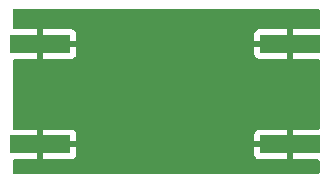
<source format=gbr>
%TF.GenerationSoftware,KiCad,Pcbnew,(6.0.10)*%
%TF.CreationDate,2023-05-27T15:47:13+03:00*%
%TF.ProjectId,BSF_5,4253465f-352e-46b6-9963-61645f706362,rev?*%
%TF.SameCoordinates,Original*%
%TF.FileFunction,Copper,L4,Bot*%
%TF.FilePolarity,Positive*%
%FSLAX46Y46*%
G04 Gerber Fmt 4.6, Leading zero omitted, Abs format (unit mm)*
G04 Created by KiCad (PCBNEW (6.0.10)) date 2023-05-27 15:47:13*
%MOMM*%
%LPD*%
G01*
G04 APERTURE LIST*
%TA.AperFunction,SMDPad,CuDef*%
%ADD10R,5.080000X1.500000*%
%TD*%
%TA.AperFunction,ViaPad*%
%ADD11C,0.800000*%
%TD*%
G04 APERTURE END LIST*
D10*
%TO.P,J1,2,Ext*%
%TO.N,GND*%
X118362500Y-91750000D03*
X118362500Y-83250000D03*
%TD*%
%TO.P,J2,2,Ext*%
%TO.N,GND*%
X139500000Y-83250000D03*
X139500000Y-91750000D03*
%TD*%
D11*
%TO.N,GND*%
X141000000Y-81250000D03*
X138000000Y-81250000D03*
X116750000Y-93500000D03*
X141000000Y-93500000D03*
X133400000Y-93500000D03*
X124650000Y-93500000D03*
X120000000Y-81250000D03*
X118500000Y-93500000D03*
X120000000Y-93500000D03*
X117000000Y-90000000D03*
X117000000Y-81250000D03*
X141000000Y-90000000D03*
X139500000Y-90000000D03*
X129400000Y-93500000D03*
X117000000Y-85000000D03*
X139500000Y-85000000D03*
X138000000Y-85000000D03*
X123650000Y-93500000D03*
X139500000Y-93500000D03*
X118500000Y-90000000D03*
X118500000Y-85000000D03*
X138000000Y-90000000D03*
X141000000Y-85000000D03*
X139500000Y-81250000D03*
X118500000Y-81250000D03*
X128400000Y-93500000D03*
X120000000Y-85000000D03*
X134400000Y-93500000D03*
X137750000Y-93500000D03*
X120000000Y-90000000D03*
%TD*%
%TA.AperFunction,Conductor*%
%TO.N,GND*%
G36*
X141933621Y-80278502D02*
G01*
X141980114Y-80332158D01*
X141991500Y-80384500D01*
X141991500Y-81866000D01*
X141971498Y-81934121D01*
X141917842Y-81980614D01*
X141865500Y-81992000D01*
X139772115Y-81992000D01*
X139756876Y-81996475D01*
X139755671Y-81997865D01*
X139754000Y-82005548D01*
X139754000Y-84489884D01*
X139758475Y-84505123D01*
X139759865Y-84506328D01*
X139767548Y-84507999D01*
X141865500Y-84507999D01*
X141933621Y-84528001D01*
X141980114Y-84581657D01*
X141991500Y-84633999D01*
X141991500Y-90366000D01*
X141971498Y-90434121D01*
X141917842Y-90480614D01*
X141865500Y-90492000D01*
X139772115Y-90492000D01*
X139756876Y-90496475D01*
X139755671Y-90497865D01*
X139754000Y-90505548D01*
X139754000Y-92989884D01*
X139758475Y-93005123D01*
X139759865Y-93006328D01*
X139767548Y-93007999D01*
X141865500Y-93007999D01*
X141933621Y-93028001D01*
X141980114Y-93081657D01*
X141991500Y-93133999D01*
X141991500Y-94115500D01*
X141971498Y-94183621D01*
X141917842Y-94230114D01*
X141865500Y-94241500D01*
X116134500Y-94241500D01*
X116066379Y-94221498D01*
X116019886Y-94167842D01*
X116008500Y-94115500D01*
X116008500Y-93134000D01*
X116028502Y-93065879D01*
X116082158Y-93019386D01*
X116134500Y-93008000D01*
X118090385Y-93008000D01*
X118105624Y-93003525D01*
X118106829Y-93002135D01*
X118108500Y-92994452D01*
X118108500Y-92989884D01*
X118616500Y-92989884D01*
X118620975Y-93005123D01*
X118622365Y-93006328D01*
X118630048Y-93007999D01*
X120947169Y-93007999D01*
X120953990Y-93007629D01*
X121004852Y-93002105D01*
X121020104Y-92998479D01*
X121140554Y-92953324D01*
X121156149Y-92944786D01*
X121258224Y-92868285D01*
X121270785Y-92855724D01*
X121347286Y-92753649D01*
X121355824Y-92738054D01*
X121400978Y-92617606D01*
X121404605Y-92602351D01*
X121410131Y-92551486D01*
X121410500Y-92544672D01*
X121410500Y-92544669D01*
X136452001Y-92544669D01*
X136452371Y-92551490D01*
X136457895Y-92602352D01*
X136461521Y-92617604D01*
X136506676Y-92738054D01*
X136515214Y-92753649D01*
X136591715Y-92855724D01*
X136604276Y-92868285D01*
X136706351Y-92944786D01*
X136721946Y-92953324D01*
X136842394Y-92998478D01*
X136857649Y-93002105D01*
X136908514Y-93007631D01*
X136915328Y-93008000D01*
X139227885Y-93008000D01*
X139243124Y-93003525D01*
X139244329Y-93002135D01*
X139246000Y-92994452D01*
X139246000Y-92022115D01*
X139241525Y-92006876D01*
X139240135Y-92005671D01*
X139232452Y-92004000D01*
X136470116Y-92004000D01*
X136454877Y-92008475D01*
X136453672Y-92009865D01*
X136452001Y-92017548D01*
X136452001Y-92544669D01*
X121410500Y-92544669D01*
X121410500Y-92022115D01*
X121406025Y-92006876D01*
X121404635Y-92005671D01*
X121396952Y-92004000D01*
X118634615Y-92004000D01*
X118619376Y-92008475D01*
X118618171Y-92009865D01*
X118616500Y-92017548D01*
X118616500Y-92989884D01*
X118108500Y-92989884D01*
X118108500Y-91477885D01*
X118616500Y-91477885D01*
X118620975Y-91493124D01*
X118622365Y-91494329D01*
X118630048Y-91496000D01*
X121392384Y-91496000D01*
X121407623Y-91491525D01*
X121408828Y-91490135D01*
X121410499Y-91482452D01*
X121410499Y-91477885D01*
X136452000Y-91477885D01*
X136456475Y-91493124D01*
X136457865Y-91494329D01*
X136465548Y-91496000D01*
X139227885Y-91496000D01*
X139243124Y-91491525D01*
X139244329Y-91490135D01*
X139246000Y-91482452D01*
X139246000Y-90510116D01*
X139241525Y-90494877D01*
X139240135Y-90493672D01*
X139232452Y-90492001D01*
X136915331Y-90492001D01*
X136908510Y-90492371D01*
X136857648Y-90497895D01*
X136842396Y-90501521D01*
X136721946Y-90546676D01*
X136706351Y-90555214D01*
X136604276Y-90631715D01*
X136591715Y-90644276D01*
X136515214Y-90746351D01*
X136506676Y-90761946D01*
X136461522Y-90882394D01*
X136457895Y-90897649D01*
X136452369Y-90948514D01*
X136452000Y-90955328D01*
X136452000Y-91477885D01*
X121410499Y-91477885D01*
X121410499Y-90955331D01*
X121410129Y-90948510D01*
X121404605Y-90897648D01*
X121400979Y-90882396D01*
X121355824Y-90761946D01*
X121347286Y-90746351D01*
X121270785Y-90644276D01*
X121258224Y-90631715D01*
X121156149Y-90555214D01*
X121140554Y-90546676D01*
X121020106Y-90501522D01*
X121004851Y-90497895D01*
X120953986Y-90492369D01*
X120947172Y-90492000D01*
X118634615Y-90492000D01*
X118619376Y-90496475D01*
X118618171Y-90497865D01*
X118616500Y-90505548D01*
X118616500Y-91477885D01*
X118108500Y-91477885D01*
X118108500Y-90510116D01*
X118104025Y-90494877D01*
X118102635Y-90493672D01*
X118094952Y-90492001D01*
X116134500Y-90492001D01*
X116066379Y-90471999D01*
X116019886Y-90418343D01*
X116008500Y-90366001D01*
X116008500Y-84634000D01*
X116028502Y-84565879D01*
X116082158Y-84519386D01*
X116134500Y-84508000D01*
X118090385Y-84508000D01*
X118105624Y-84503525D01*
X118106829Y-84502135D01*
X118108500Y-84494452D01*
X118108500Y-84489884D01*
X118616500Y-84489884D01*
X118620975Y-84505123D01*
X118622365Y-84506328D01*
X118630048Y-84507999D01*
X120947169Y-84507999D01*
X120953990Y-84507629D01*
X121004852Y-84502105D01*
X121020104Y-84498479D01*
X121140554Y-84453324D01*
X121156149Y-84444786D01*
X121258224Y-84368285D01*
X121270785Y-84355724D01*
X121347286Y-84253649D01*
X121355824Y-84238054D01*
X121400978Y-84117606D01*
X121404605Y-84102351D01*
X121410131Y-84051486D01*
X121410500Y-84044672D01*
X121410500Y-84044669D01*
X136452001Y-84044669D01*
X136452371Y-84051490D01*
X136457895Y-84102352D01*
X136461521Y-84117604D01*
X136506676Y-84238054D01*
X136515214Y-84253649D01*
X136591715Y-84355724D01*
X136604276Y-84368285D01*
X136706351Y-84444786D01*
X136721946Y-84453324D01*
X136842394Y-84498478D01*
X136857649Y-84502105D01*
X136908514Y-84507631D01*
X136915328Y-84508000D01*
X139227885Y-84508000D01*
X139243124Y-84503525D01*
X139244329Y-84502135D01*
X139246000Y-84494452D01*
X139246000Y-83522115D01*
X139241525Y-83506876D01*
X139240135Y-83505671D01*
X139232452Y-83504000D01*
X136470116Y-83504000D01*
X136454877Y-83508475D01*
X136453672Y-83509865D01*
X136452001Y-83517548D01*
X136452001Y-84044669D01*
X121410500Y-84044669D01*
X121410500Y-83522115D01*
X121406025Y-83506876D01*
X121404635Y-83505671D01*
X121396952Y-83504000D01*
X118634615Y-83504000D01*
X118619376Y-83508475D01*
X118618171Y-83509865D01*
X118616500Y-83517548D01*
X118616500Y-84489884D01*
X118108500Y-84489884D01*
X118108500Y-82977885D01*
X118616500Y-82977885D01*
X118620975Y-82993124D01*
X118622365Y-82994329D01*
X118630048Y-82996000D01*
X121392384Y-82996000D01*
X121407623Y-82991525D01*
X121408828Y-82990135D01*
X121410499Y-82982452D01*
X121410499Y-82977885D01*
X136452000Y-82977885D01*
X136456475Y-82993124D01*
X136457865Y-82994329D01*
X136465548Y-82996000D01*
X139227885Y-82996000D01*
X139243124Y-82991525D01*
X139244329Y-82990135D01*
X139246000Y-82982452D01*
X139246000Y-82010116D01*
X139241525Y-81994877D01*
X139240135Y-81993672D01*
X139232452Y-81992001D01*
X136915331Y-81992001D01*
X136908510Y-81992371D01*
X136857648Y-81997895D01*
X136842396Y-82001521D01*
X136721946Y-82046676D01*
X136706351Y-82055214D01*
X136604276Y-82131715D01*
X136591715Y-82144276D01*
X136515214Y-82246351D01*
X136506676Y-82261946D01*
X136461522Y-82382394D01*
X136457895Y-82397649D01*
X136452369Y-82448514D01*
X136452000Y-82455328D01*
X136452000Y-82977885D01*
X121410499Y-82977885D01*
X121410499Y-82455331D01*
X121410129Y-82448510D01*
X121404605Y-82397648D01*
X121400979Y-82382396D01*
X121355824Y-82261946D01*
X121347286Y-82246351D01*
X121270785Y-82144276D01*
X121258224Y-82131715D01*
X121156149Y-82055214D01*
X121140554Y-82046676D01*
X121020106Y-82001522D01*
X121004851Y-81997895D01*
X120953986Y-81992369D01*
X120947172Y-81992000D01*
X118634615Y-81992000D01*
X118619376Y-81996475D01*
X118618171Y-81997865D01*
X118616500Y-82005548D01*
X118616500Y-82977885D01*
X118108500Y-82977885D01*
X118108500Y-82010116D01*
X118104025Y-81994877D01*
X118102635Y-81993672D01*
X118094952Y-81992001D01*
X116134500Y-81992001D01*
X116066379Y-81971999D01*
X116019886Y-81918343D01*
X116008500Y-81866001D01*
X116008500Y-80384500D01*
X116028502Y-80316379D01*
X116082158Y-80269886D01*
X116134500Y-80258500D01*
X141865500Y-80258500D01*
X141933621Y-80278502D01*
G37*
%TD.AperFunction*%
%TD*%
M02*

</source>
